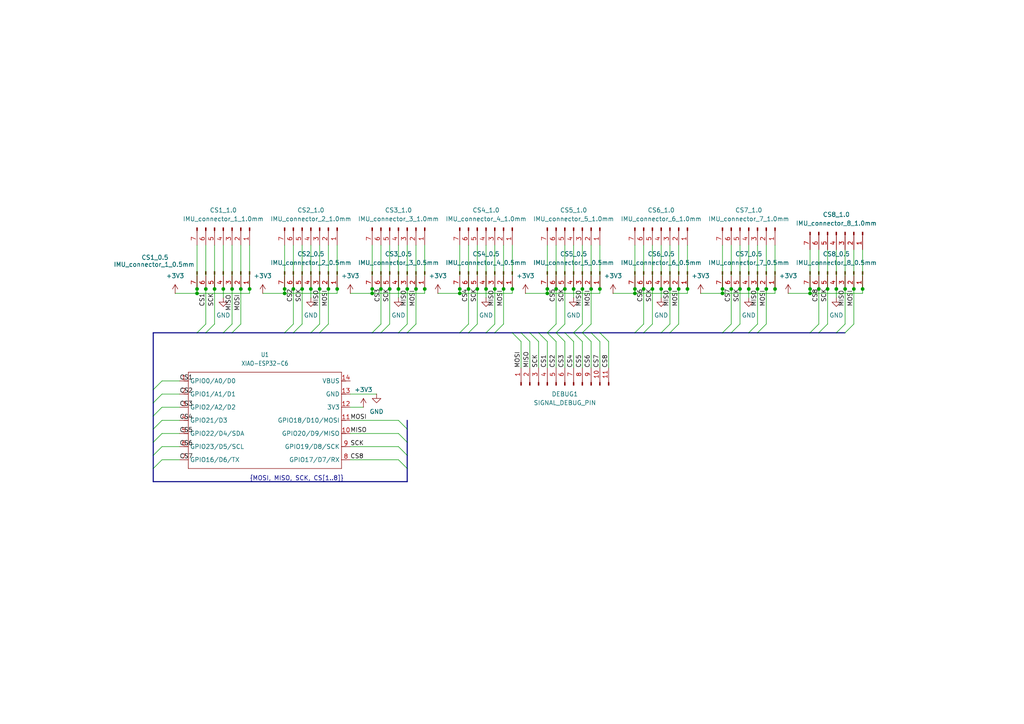
<source format=kicad_sch>
(kicad_sch (version 20250114) (generator "eeschema") (generator_version "9.0")
  (paper "A4")
  (lib_symbols
    (symbol "Connector:Conn_01x07_Pin" (pin_names (offset 1.016) (hide yes))
      (property "Reference" "J" (at 0 10.16 0))
      (property "Value" "Conn_01x07_Pin" (at 0 -10.16 0))
      (symbol "Conn_01x07_Pin_1_1"
        (rectangle (start 0.8636 7.747) (end 0 7.493) (stroke (width 0.1524)) (fill (type outline)))
        (rectangle (start 0.8636 5.207) (end 0 4.953) (stroke (width 0.1524)) (fill (type outline)))
        (rectangle (start 0.8636 2.667) (end 0 2.413) (stroke (width 0.1524)) (fill (type outline)))
        (rectangle (start 0.8636 0.127) (end 0 -0.127) (stroke (width 0.1524)) (fill (type outline)))
        (rectangle (start 0.8636 -2.413) (end 0 -2.667) (stroke (width 0.1524)) (fill (type outline)))
        (rectangle (start 0.8636 -4.953) (end 0 -5.207) (stroke (width 0.1524)) (fill (type outline)))
        (rectangle (start 0.8636 -7.493) (end 0 -7.747) (stroke (width 0.1524)) (fill (type outline)))
        (polyline (pts (xy 1.27 7.62) (xy 0.8636 7.62)) (stroke (width 0.1524)))
        (polyline (pts (xy 1.27 5.08) (xy 0.8636 5.08)) (stroke (width 0.1524)))
        (polyline (pts (xy 1.27 2.54) (xy 0.8636 2.54)) (stroke (width 0.1524)))
        (polyline (pts (xy 1.27 0) (xy 0.8636 0)) (stroke (width 0.1524)))
        (polyline (pts (xy 1.27 -2.54) (xy 0.8636 -2.54)) (stroke (width 0.1524)))
        (polyline (pts (xy 1.27 -5.08) (xy 0.8636 -5.08)) (stroke (width 0.1524)))
        (polyline (pts (xy 1.27 -7.62) (xy 0.8636 -7.62)) (stroke (width 0.1524)))
        (pin passive line (at 5.08 7.62 180) (length 3.81) (name "Pin_1") (number "1"))
        (pin passive line (at 5.08 5.08 180) (length 3.81) (name "Pin_2") (number "2"))
        (pin passive line (at 5.08 2.54 180) (length 3.81) (name "Pin_3") (number "3"))
        (pin passive line (at 5.08 0 180) (length 3.81) (name "Pin_4") (number "4"))
        (pin passive line (at 5.08 -2.54 180) (length 3.81) (name "Pin_5") (number "5"))
        (pin passive line (at 5.08 -5.08 180) (length 3.81) (name "Pin_6") (number "6"))
        (pin passive line (at 5.08 -7.62 180) (length 3.81) (name "Pin_7") (number "7"))
      )
    )
    (symbol "Connector:Conn_01x11_Pin" (pin_names (offset 1.016) (hide yes))
      (property "Reference" "J" (at 0 15.24 0))
      (property "Value" "Conn_01x11_Pin" (at 0 -15.24 0))
      (symbol "Conn_01x11_Pin_1_1"
        (rectangle (start 0.8636 12.827) (end 0 12.573) (stroke (width 0.1524)) (fill (type outline)))
        (rectangle (start 0.8636 10.287) (end 0 10.033) (stroke (width 0.1524)) (fill (type outline)))
        (rectangle (start 0.8636 7.747) (end 0 7.493) (stroke (width 0.1524)) (fill (type outline)))
        (rectangle (start 0.8636 5.207) (end 0 4.953) (stroke (width 0.1524)) (fill (type outline)))
        (rectangle (start 0.8636 2.667) (end 0 2.413) (stroke (width 0.1524)) (fill (type outline)))
        (rectangle (start 0.8636 0.127) (end 0 -0.127) (stroke (width 0.1524)) (fill (type outline)))
        (rectangle (start 0.8636 -2.413) (end 0 -2.667) (stroke (width 0.1524)) (fill (type outline)))
        (rectangle (start 0.8636 -4.953) (end 0 -5.207) (stroke (width 0.1524)) (fill (type outline)))
        (rectangle (start 0.8636 -7.493) (end 0 -7.747) (stroke (width 0.1524)) (fill (type outline)))
        (rectangle (start 0.8636 -10.033) (end 0 -10.287) (stroke (width 0.1524)) (fill (type outline)))
        (rectangle (start 0.8636 -12.573) (end 0 -12.827) (stroke (width 0.1524)) (fill (type outline)))
        (polyline (pts (xy 1.27 12.7) (xy 0.8636 12.7)) (stroke (width 0.1524)))
        (polyline (pts (xy 1.27 10.16) (xy 0.8636 10.16)) (stroke (width 0.1524)))
        (polyline (pts (xy 1.27 7.62) (xy 0.8636 7.62)) (stroke (width 0.1524)))
        (polyline (pts (xy 1.27 5.08) (xy 0.8636 5.08)) (stroke (width 0.1524)))
        (polyline (pts (xy 1.27 2.54) (xy 0.8636 2.54)) (stroke (width 0.1524)))
        (polyline (pts (xy 1.27 0) (xy 0.8636 0)) (stroke (width 0.1524)))
        (polyline (pts (xy 1.27 -2.54) (xy 0.8636 -2.54)) (stroke (width 0.1524)))
        (polyline (pts (xy 1.27 -5.08) (xy 0.8636 -5.08)) (stroke (width 0.1524)))
        (polyline (pts (xy 1.27 -7.62) (xy 0.8636 -7.62)) (stroke (width 0.1524)))
        (polyline (pts (xy 1.27 -10.16) (xy 0.8636 -10.16)) (stroke (width 0.1524)))
        (polyline (pts (xy 1.27 -12.7) (xy 0.8636 -12.7)) (stroke (width 0.1524)))
        (pin passive line (at 5.08 12.7 180) (length 3.81) (name "Pin_1") (number "1"))
        (pin passive line (at 5.08 10.16 180) (length 3.81) (name "Pin_2") (number "2"))
        (pin passive line (at 5.08 7.62 180) (length 3.81) (name "Pin_3") (number "3"))
        (pin passive line (at 5.08 5.08 180) (length 3.81) (name "Pin_4") (number "4"))
        (pin passive line (at 5.08 2.54 180) (length 3.81) (name "Pin_5") (number "5"))
        (pin passive line (at 5.08 0 180) (length 3.81) (name "Pin_6") (number "6"))
        (pin passive line (at 5.08 -2.54 180) (length 3.81) (name "Pin_7") (number "7"))
        (pin passive line (at 5.08 -5.08 180) (length 3.81) (name "Pin_8") (number "8"))
        (pin passive line (at 5.08 -7.62 180) (length 3.81) (name "Pin_9") (number "9"))
        (pin passive line (at 5.08 -10.16 180) (length 3.81) (name "Pin_10") (number "10"))
        (pin passive line (at 5.08 -12.7 180) (length 3.81) (name "Pin_11") (number "11"))
      )
    )
    (symbol "Seeed_Studio_XIAO_Series:XIAO_ESP32-C6-DIP"
      (property "Reference" "U" (at -20.574 17.018 0))
      (property "Value" "XIAO-ESP32-C6" (at -15.24 14.986 0))
      (symbol "XIAO_ESP32-C6-DIP_1_0"
        (polyline (pts (xy -21.59 13.97) (xy 22.86 13.97)) (stroke (width 0.1524)))
        (polyline (pts (xy -21.59 11.43) (xy -22.86 11.43)) (stroke (width 0.1524)))
        (polyline (pts (xy -21.59 11.43) (xy -21.59 13.97)) (stroke (width 0.1524)))
        (polyline (pts (xy -21.59 7.62) (xy -22.86 7.62)) (stroke (width 0.1524)))
        (polyline (pts (xy -21.59 7.62) (xy -21.59 11.43)) (stroke (width 0.1524)))
        (polyline (pts (xy -21.59 3.81) (xy -22.86 3.81)) (stroke (width 0.1524)))
        (polyline (pts (xy -21.59 3.81) (xy -21.59 7.62)) (stroke (width 0.1524)))
        (polyline (pts (xy -21.59 0) (xy -22.86 0)) (stroke (width 0.1524)))
        (polyline (pts (xy -21.59 0) (xy -21.59 3.81)) (stroke (width 0.1524)))
        (polyline (pts (xy -21.59 -3.81) (xy -22.86 -3.81)) (stroke (width 0.1524)))
        (polyline (pts (xy -21.59 -7.62) (xy -22.86 -7.62)) (stroke (width 0.1524)))
        (polyline (pts (xy -21.59 -11.43) (xy -22.86 -11.43)) (stroke (width 0.1524)))
        (polyline (pts (xy -21.59 -13.97) (xy -21.59 0)) (stroke (width 0.1524)))
        (polyline (pts (xy 22.86 13.97) (xy 22.86 11.43)) (stroke (width 0.1524)))
        (polyline (pts (xy 22.86 11.43) (xy 22.86 7.62)) (stroke (width 0.1524)))
        (polyline (pts (xy 22.86 7.62) (xy 22.86 3.81)) (stroke (width 0.1524)))
        (polyline (pts (xy 22.86 3.81) (xy 22.86 -13.97)) (stroke (width 0.1524)))
        (polyline (pts (xy 22.86 -13.97) (xy -21.59 -13.97)) (stroke (width 0.1524)))
        (polyline (pts (xy 24.13 11.43) (xy 22.86 11.43)) (stroke (width 0.1524)))
        (polyline (pts (xy 24.13 7.62) (xy 22.86 7.62)) (stroke (width 0.1524)))
        (polyline (pts (xy 24.13 3.81) (xy 22.86 3.81)) (stroke (width 0.1524)))
        (polyline (pts (xy 24.13 0) (xy 22.86 0)) (stroke (width 0.1524)))
        (polyline (pts (xy 24.13 -3.81) (xy 22.86 -3.81)) (stroke (width 0.1524)))
        (polyline (pts (xy 24.13 -7.62) (xy 22.86 -7.62)) (stroke (width 0.1524)))
        (polyline (pts (xy 24.13 -11.43) (xy 22.86 -11.43)) (stroke (width 0.1524)))
        (pin passive line (at -24.13 11.43 0) (length 2.54) (name "GPIO0/A0/D0") (number "1"))
        (pin passive line (at -24.13 7.62 0) (length 2.54) (name "GPIO1/A1/D1") (number "2"))
        (pin passive line (at -24.13 3.81 0) (length 2.54) (name "GPIO2/A2/D2") (number "3"))
        (pin passive line (at -24.13 0 0) (length 2.54) (name "GPIO21/D3") (number "4"))
        (pin passive line (at -24.13 -3.81 0) (length 2.54) (name "GPIO22/D4/SDA") (number "5"))
        (pin passive line (at -24.13 -7.62 0) (length 2.54) (name "GPIO23/D5/SCL") (number "6"))
        (pin passive line (at -24.13 -11.43 0) (length 2.54) (name "GPIO16/D6/TX") (number "7"))
        (pin passive line (at 25.4 11.43 180) (length 2.54) (name "VBUS") (number "14"))
        (pin passive line (at 25.4 7.62 180) (length 2.54) (name "GND") (number "13"))
        (pin passive line (at 25.4 3.81 180) (length 2.54) (name "3V3") (number "12"))
        (pin passive line (at 25.4 0 180) (length 2.54) (name "GPIO18/D10/MOSI") (number "11"))
        (pin passive line (at 25.4 -3.81 180) (length 2.54) (name "GPIO20/D9/MISO") (number "10"))
        (pin passive line (at 25.4 -7.62 180) (length 2.54) (name "GPIO19/D8/SCK") (number "9"))
        (pin passive line (at 25.4 -11.43 180) (length 2.54) (name "GPIO17/D7/RX") (number "8"))
      )
    )
    (symbol "power:+3V3" (power) (pin_numbers (hide yes)) (pin_names (offset 0) (hide yes))
      (property "Value" "+3V3" (at 0 3.556 0))
      (symbol "+3V3_0_1"
        (polyline (pts (xy -0.762 1.27) (xy 0 2.54)))
        (polyline (pts (xy 0 2.54) (xy 0.762 1.27)))
        (polyline (pts (xy 0 0) (xy 0 2.54)))
      )
      (symbol "+3V3_1_1"
        (pin power_in line (at 0 0 90) (length 0) (name "~") (number "1"))
      )
    )
    (symbol "power:GND" (power) (pin_numbers (hide yes)) (pin_names (offset 0) (hide yes))
      (property "Value" "GND" (at 0 -3.81 0))
      (symbol "GND_0_1"
        (polyline (pts (xy 0 0) (xy 0 -1.27) (xy 1.27 -1.27) (xy 0 -2.54) (xy -1.27 -1.27) (xy 0 -1.27)))
      )
      (symbol "GND_1_1"
        (pin power_in line (at 0 0 270) (length 0) (name "~") (number "1"))
      )
    )
  )
  (junction (at 158.75 85.09))
  (junction (at 242.57 83.82))
  (junction (at 199.39 83.82))
  (junction (at 184.15 85.09))
  (junction (at 62.23 83.82))
  (junction (at 87.63 83.82))
  (junction (at 115.57 83.82))
  (junction (at 234.95 85.09))
  (junction (at 158.75 83.82))
  (junction (at 59.69 83.82))
  (junction (at 64.77 83.82))
  (junction (at 212.09 83.82))
  (junction (at 72.39 83.82))
  (junction (at 148.59 83.82))
  (junction (at 250.19 83.82))
  (junction (at 140.97 83.82))
  (junction (at 217.17 83.82))
  (junction (at 118.11 83.82))
  (junction (at 95.25 83.82))
  (junction (at 194.31 83.82))
  (junction (at 92.71 83.82))
  (junction (at 222.25 83.82))
  (junction (at 234.95 83.82))
  (junction (at 133.35 85.09))
  (junction (at 133.35 83.82))
  (junction (at 57.15 85.09))
  (junction (at 196.85 83.82))
  (junction (at 67.31 83.82))
  (junction (at 120.65 83.82))
  (junction (at 107.95 83.82))
  (junction (at 214.63 83.82))
  (junction (at 123.19 83.82))
  (junction (at 219.71 83.82))
  (junction (at 97.79 83.82))
  (junction (at 173.99 83.82))
  (junction (at 209.55 85.09))
  (junction (at 247.65 83.82))
  (junction (at 168.91 83.82))
  (junction (at 171.45 83.82))
  (junction (at 143.51 83.82))
  (junction (at 107.95 85.09))
  (junction (at 166.37 83.82))
  (junction (at 138.43 83.82))
  (junction (at 209.55 83.82))
  (junction (at 224.79 83.82))
  (junction (at 161.29 83.82))
  (junction (at 82.55 85.09))
  (junction (at 90.17 83.82))
  (junction (at 69.85 83.82))
  (junction (at 245.11 83.82))
  (junction (at 146.05 83.82))
  (junction (at 57.15 83.82))
  (junction (at 237.49 83.82))
  (junction (at 113.03 83.82))
  (junction (at 186.69 83.82))
  (junction (at 163.83 83.82))
  (junction (at 189.23 83.82))
  (junction (at 85.09 83.82))
  (junction (at 82.55 83.82))
  (junction (at 240.03 83.82))
  (junction (at 191.77 83.82))
  (junction (at 135.89 83.82))
  (junction (at 110.49 83.82))
  (junction (at 184.15 83.82))
  (bus_entry (at 234.95 96.52) (size 2.54 -2.54))
  (bus_entry (at 173.99 96.52) (size 2.54 2.54))
  (bus_entry (at 153.67 96.52) (size 2.54 2.54))
  (bus_entry (at 148.59 96.52) (size 2.54 2.54))
  (bus_entry (at 118.11 135.89) (size -2.54 -2.54))
  (bus_entry (at 90.17 96.52) (size 2.54 -2.54))
  (bus_entry (at 161.29 96.52) (size 2.54 -2.54))
  (bus_entry (at 212.09 96.52) (size 2.54 -2.54))
  (bus_entry (at 237.49 96.52) (size 2.54 -2.54))
  (bus_entry (at 44.45 124.46) (size 2.54 -2.54))
  (bus_entry (at 44.45 132.08) (size 2.54 -2.54))
  (bus_entry (at 186.69 96.52) (size 2.54 -2.54))
  (bus_entry (at 194.31 96.52) (size 2.54 -2.54))
  (bus_entry (at 245.11 96.52) (size 2.54 -2.54))
  (bus_entry (at 44.45 113.03) (size 2.54 -2.54))
  (bus_entry (at 209.55 96.52) (size 2.54 -2.54))
  (bus_entry (at 166.37 96.52) (size 2.54 2.54))
  (bus_entry (at 133.35 96.52) (size 2.54 -2.54))
  (bus_entry (at 168.91 96.52) (size 2.54 -2.54))
  (bus_entry (at 168.91 96.52) (size 2.54 2.54))
  (bus_entry (at 135.89 96.52) (size 2.54 -2.54))
  (bus_entry (at 118.11 124.46) (size -2.54 -2.54))
  (bus_entry (at 158.75 96.52) (size 2.54 -2.54))
  (bus_entry (at 158.75 96.52) (size 2.54 2.54))
  (bus_entry (at 143.51 96.52) (size 2.54 -2.54))
  (bus_entry (at 242.57 96.52) (size 2.54 -2.54))
  (bus_entry (at 140.97 96.52) (size 2.54 -2.54))
  (bus_entry (at 217.17 96.52) (size 2.54 -2.54))
  (bus_entry (at 92.71 96.52) (size 2.54 -2.54))
  (bus_entry (at 57.15 96.52) (size 2.54 -2.54))
  (bus_entry (at 184.15 96.52) (size 2.54 -2.54))
  (bus_entry (at 44.45 120.65) (size 2.54 -2.54))
  (bus_entry (at 67.31 96.52) (size 2.54 -2.54))
  (bus_entry (at 163.83 96.52) (size 2.54 2.54))
  (bus_entry (at 110.49 96.52) (size 2.54 -2.54))
  (bus_entry (at 82.55 96.52) (size 2.54 -2.54))
  (bus_entry (at 151.13 96.52) (size 2.54 2.54))
  (bus_entry (at 166.37 96.52) (size 2.54 -2.54))
  (bus_entry (at 171.45 96.52) (size 2.54 2.54))
  (bus_entry (at 44.45 135.89) (size 2.54 -2.54))
  (bus_entry (at 118.11 96.52) (size 2.54 -2.54))
  (bus_entry (at 118.11 132.08) (size -2.54 -2.54))
  (bus_entry (at 85.09 96.52) (size 2.54 -2.54))
  (bus_entry (at 191.77 96.52) (size 2.54 -2.54))
  (bus_entry (at 161.29 96.52) (size 2.54 2.54))
  (bus_entry (at 115.57 96.52) (size 2.54 -2.54))
  (bus_entry (at 59.69 96.52) (size 2.54 -2.54))
  (bus_entry (at 107.95 96.52) (size 2.54 -2.54))
  (bus_entry (at 156.21 96.52) (size 2.54 2.54))
  (bus_entry (at 44.45 128.27) (size 2.54 -2.54))
  (bus_entry (at 219.71 96.52) (size 2.54 -2.54))
  (bus_entry (at 44.45 116.84) (size 2.54 -2.54))
  (bus_entry (at 64.77 96.52) (size 2.54 -2.54))
  (bus_entry (at 118.11 128.27) (size -2.54 -2.54))
  (bus (pts (xy 110.49 96.52) (xy 115.57 96.52)))
  (bus (pts (xy 118.11 124.46) (xy 118.11 128.27)))
  (wire (pts (xy 217.17 83.82) (xy 217.17 86.36)))
  (wire (pts (xy 46.99 125.73) (xy 52.07 125.73)))
  (wire (pts (xy 133.35 85.09) (xy 133.35 83.82)))
  (wire (pts (xy 234.95 72.39) (xy 234.95 83.82)))
  (wire (pts (xy 110.49 83.82) (xy 110.49 93.98)))
  (bus (pts (xy 209.55 96.52) (xy 212.09 96.52)))
  (wire (pts (xy 90.17 71.12) (xy 90.17 83.82)))
  (wire (pts (xy 186.69 71.12) (xy 186.69 83.82)))
  (wire (pts (xy 123.19 85.09) (xy 123.19 83.82)))
  (bus (pts (xy 57.15 96.52) (xy 59.69 96.52)))
  (bus (pts (xy 118.11 96.52) (xy 133.35 96.52)))
  (wire (pts (xy 138.43 71.12) (xy 138.43 83.82)))
  (wire (pts (xy 67.31 83.82) (xy 67.31 93.98)))
  (wire (pts (xy 168.91 83.82) (xy 168.91 93.98)))
  (bus (pts (xy 158.75 96.52) (xy 161.29 96.52)))
  (wire (pts (xy 191.77 83.82) (xy 191.77 86.36)))
  (wire (pts (xy 127 85.09) (xy 133.35 85.09)))
  (wire (pts (xy 219.71 83.82) (xy 219.71 93.98)))
  (wire (pts (xy 177.8 85.09) (xy 184.15 85.09)))
  (wire (pts (xy 166.37 83.82) (xy 166.37 86.36)))
  (wire (pts (xy 87.63 71.12) (xy 87.63 83.82)))
  (wire (pts (xy 101.6 125.73) (xy 115.57 125.73)))
  (wire (pts (xy 234.95 85.09) (xy 250.19 85.09)))
  (wire (pts (xy 237.49 72.39) (xy 237.49 83.82)))
  (wire (pts (xy 133.35 85.09) (xy 148.59 85.09)))
  (bus (pts (xy 44.45 120.65) (xy 44.45 124.46)))
  (bus (pts (xy 212.09 96.52) (xy 217.17 96.52)))
  (bus (pts (xy 118.11 135.89) (xy 118.11 139.7)))
  (wire (pts (xy 107.95 85.09) (xy 107.95 83.82)))
  (wire (pts (xy 242.57 72.39) (xy 242.57 83.82)))
  (wire (pts (xy 191.77 71.12) (xy 191.77 83.82)))
  (wire (pts (xy 158.75 71.12) (xy 158.75 83.82)))
  (wire (pts (xy 171.45 71.12) (xy 171.45 83.82)))
  (bus (pts (xy 64.77 96.52) (xy 67.31 96.52)))
  (bus (pts (xy 44.45 124.46) (xy 44.45 128.27)))
  (wire (pts (xy 120.65 71.12) (xy 120.65 83.82)))
  (wire (pts (xy 171.45 83.82) (xy 171.45 93.98)))
  (bus (pts (xy 173.99 96.52) (xy 184.15 96.52)))
  (bus (pts (xy 151.13 96.52) (xy 153.67 96.52)))
  (wire (pts (xy 62.23 83.82) (xy 62.23 93.98)))
  (wire (pts (xy 146.05 83.82) (xy 146.05 93.98)))
  (wire (pts (xy 109.22 114.3) (xy 101.6 114.3)))
  (bus (pts (xy 168.91 96.52) (xy 171.45 96.52)))
  (wire (pts (xy 158.75 85.09) (xy 173.99 85.09)))
  (wire (pts (xy 59.69 83.82) (xy 59.69 93.98)))
  (wire (pts (xy 57.15 85.09) (xy 57.15 83.82)))
  (wire (pts (xy 209.55 85.09) (xy 209.55 83.82)))
  (bus (pts (xy 156.21 96.52) (xy 158.75 96.52)))
  (wire (pts (xy 173.99 85.09) (xy 173.99 83.82)))
  (wire (pts (xy 217.17 71.12) (xy 217.17 83.82)))
  (wire (pts (xy 72.39 85.09) (xy 72.39 83.82)))
  (wire (pts (xy 46.99 110.49) (xy 52.07 110.49)))
  (wire (pts (xy 101.6 121.92) (xy 115.57 121.92)))
  (bus (pts (xy 217.17 96.52) (xy 219.71 96.52)))
  (wire (pts (xy 163.83 83.82) (xy 163.83 93.98)))
  (wire (pts (xy 189.23 83.82) (xy 189.23 93.98)))
  (wire (pts (xy 240.03 72.39) (xy 240.03 83.82)))
  (bus (pts (xy 44.45 132.08) (xy 44.45 135.89)))
  (wire (pts (xy 46.99 121.92) (xy 52.07 121.92)))
  (wire (pts (xy 138.43 83.82) (xy 138.43 93.98)))
  (wire (pts (xy 196.85 83.82) (xy 196.85 93.98)))
  (wire (pts (xy 85.09 83.82) (xy 85.09 93.98)))
  (wire (pts (xy 123.19 71.12) (xy 123.19 83.82)))
  (wire (pts (xy 168.91 71.12) (xy 168.91 83.82)))
  (bus (pts (xy 163.83 96.52) (xy 166.37 96.52)))
  (wire (pts (xy 250.19 85.09) (xy 250.19 83.82)))
  (wire (pts (xy 69.85 71.12) (xy 69.85 83.82)))
  (bus (pts (xy 191.77 96.52) (xy 194.31 96.52)))
  (wire (pts (xy 173.99 99.06) (xy 173.99 106.68)))
  (wire (pts (xy 194.31 83.82) (xy 194.31 93.98)))
  (wire (pts (xy 158.75 99.06) (xy 158.75 106.68)))
  (wire (pts (xy 64.77 83.82) (xy 64.77 86.36)))
  (wire (pts (xy 214.63 83.82) (xy 214.63 93.98)))
  (wire (pts (xy 72.39 71.12) (xy 72.39 83.82)))
  (wire (pts (xy 140.97 83.82) (xy 140.97 86.36)))
  (wire (pts (xy 148.59 71.12) (xy 148.59 83.82)))
  (wire (pts (xy 222.25 71.12) (xy 222.25 83.82)))
  (wire (pts (xy 115.57 71.12) (xy 115.57 83.82)))
  (wire (pts (xy 196.85 71.12) (xy 196.85 83.82)))
  (wire (pts (xy 62.23 71.12) (xy 62.23 83.82)))
  (bus (pts (xy 92.71 96.52) (xy 107.95 96.52)))
  (wire (pts (xy 82.55 85.09) (xy 97.79 85.09)))
  (wire (pts (xy 163.83 99.06) (xy 163.83 106.68)))
  (bus (pts (xy 44.45 96.52) (xy 44.45 113.03)))
  (bus (pts (xy 148.59 96.52) (xy 151.13 96.52)))
  (bus (pts (xy 133.35 96.52) (xy 135.89 96.52)))
  (bus (pts (xy 153.67 96.52) (xy 156.21 96.52)))
  (bus (pts (xy 85.09 96.52) (xy 90.17 96.52)))
  (wire (pts (xy 97.79 85.09) (xy 97.79 83.82)))
  (bus (pts (xy 44.45 135.89) (xy 44.45 139.7)))
  (wire (pts (xy 95.25 83.82) (xy 95.25 93.98)))
  (wire (pts (xy 101.6 85.09) (xy 107.95 85.09)))
  (wire (pts (xy 203.2 85.09) (xy 209.55 85.09)))
  (wire (pts (xy 224.79 85.09) (xy 224.79 83.82)))
  (wire (pts (xy 209.55 85.09) (xy 224.79 85.09)))
  (wire (pts (xy 166.37 71.12) (xy 166.37 83.82)))
  (wire (pts (xy 64.77 71.12) (xy 64.77 83.82)))
  (wire (pts (xy 107.95 85.09) (xy 123.19 85.09)))
  (wire (pts (xy 245.11 83.82) (xy 245.11 93.98)))
  (wire (pts (xy 115.57 83.82) (xy 115.57 86.36)))
  (wire (pts (xy 151.13 99.06) (xy 151.13 106.68)))
  (bus (pts (xy 171.45 96.52) (xy 173.99 96.52)))
  (wire (pts (xy 57.15 85.09) (xy 72.39 85.09)))
  (bus (pts (xy 186.69 96.52) (xy 191.77 96.52)))
  (wire (pts (xy 120.65 83.82) (xy 120.65 93.98)))
  (bus (pts (xy 67.31 96.52) (xy 82.55 96.52)))
  (wire (pts (xy 173.99 71.12) (xy 173.99 83.82)))
  (bus (pts (xy 161.29 96.52) (xy 163.83 96.52)))
  (bus (pts (xy 44.45 139.7) (xy 118.11 139.7)))
  (wire (pts (xy 161.29 83.82) (xy 161.29 93.98)))
  (bus (pts (xy 140.97 96.52) (xy 143.51 96.52)))
  (wire (pts (xy 140.97 71.12) (xy 140.97 83.82)))
  (bus (pts (xy 59.69 96.52) (xy 64.77 96.52)))
  (wire (pts (xy 163.83 71.12) (xy 163.83 83.82)))
  (wire (pts (xy 67.31 71.12) (xy 67.31 83.82)))
  (wire (pts (xy 237.49 83.82) (xy 237.49 93.98)))
  (wire (pts (xy 224.79 71.12) (xy 224.79 83.82)))
  (wire (pts (xy 247.65 83.82) (xy 247.65 93.98)))
  (wire (pts (xy 118.11 83.82) (xy 118.11 93.98)))
  (wire (pts (xy 97.79 71.12) (xy 97.79 83.82)))
  (wire (pts (xy 50.8 85.09) (xy 57.15 85.09)))
  (wire (pts (xy 184.15 85.09) (xy 199.39 85.09)))
  (wire (pts (xy 209.55 71.12) (xy 209.55 83.82)))
  (wire (pts (xy 176.53 99.06) (xy 176.53 106.68)))
  (wire (pts (xy 212.09 83.82) (xy 212.09 93.98)))
  (wire (pts (xy 228.6 85.09) (xy 234.95 85.09)))
  (bus (pts (xy 166.37 96.52) (xy 168.91 96.52)))
  (wire (pts (xy 143.51 71.12) (xy 143.51 83.82)))
  (wire (pts (xy 110.49 71.12) (xy 110.49 83.82)))
  (bus (pts (xy 115.57 96.52) (xy 118.11 96.52)))
  (wire (pts (xy 90.17 83.82) (xy 90.17 86.36)))
  (wire (pts (xy 46.99 129.54) (xy 52.07 129.54)))
  (wire (pts (xy 184.15 85.09) (xy 184.15 83.82)))
  (wire (pts (xy 46.99 118.11) (xy 52.07 118.11)))
  (wire (pts (xy 156.21 99.06) (xy 156.21 106.68)))
  (bus (pts (xy 44.45 128.27) (xy 44.45 132.08)))
  (wire (pts (xy 95.25 71.12) (xy 95.25 83.82)))
  (wire (pts (xy 222.25 83.82) (xy 222.25 93.98)))
  (wire (pts (xy 171.45 99.06) (xy 171.45 106.68)))
  (wire (pts (xy 133.35 71.12) (xy 133.35 83.82)))
  (wire (pts (xy 153.67 99.06) (xy 153.67 106.68)))
  (bus (pts (xy 194.31 96.52) (xy 209.55 96.52)))
  (bus (pts (xy 44.45 96.52) (xy 57.15 96.52)))
  (wire (pts (xy 199.39 71.12) (xy 199.39 83.82)))
  (bus (pts (xy 143.51 96.52) (xy 148.59 96.52)))
  (wire (pts (xy 113.03 83.82) (xy 113.03 93.98)))
  (wire (pts (xy 82.55 71.12) (xy 82.55 83.82)))
  (wire (pts (xy 161.29 99.06) (xy 161.29 106.68)))
  (wire (pts (xy 59.69 71.12) (xy 59.69 83.82)))
  (wire (pts (xy 82.55 85.09) (xy 82.55 83.82)))
  (bus (pts (xy 107.95 96.52) (xy 110.49 96.52)))
  (wire (pts (xy 245.11 72.39) (xy 245.11 83.82)))
  (wire (pts (xy 46.99 114.3) (xy 52.07 114.3)))
  (wire (pts (xy 118.11 71.12) (xy 118.11 83.82)))
  (wire (pts (xy 85.09 71.12) (xy 85.09 83.82)))
  (wire (pts (xy 76.2 85.09) (xy 82.55 85.09)))
  (wire (pts (xy 166.37 99.06) (xy 166.37 106.68)))
  (wire (pts (xy 101.6 133.35) (xy 115.57 133.35)))
  (wire (pts (xy 184.15 71.12) (xy 184.15 83.82)))
  (bus (pts (xy 118.11 121.92) (xy 118.11 124.46)))
  (bus (pts (xy 118.11 132.08) (xy 118.11 135.89)))
  (wire (pts (xy 69.85 83.82) (xy 69.85 93.98)))
  (bus (pts (xy 234.95 96.52) (xy 237.49 96.52)))
  (wire (pts (xy 242.57 83.82) (xy 242.57 86.36)))
  (bus (pts (xy 242.57 96.52) (xy 245.11 96.52)))
  (wire (pts (xy 113.03 71.12) (xy 113.03 83.82)))
  (bus (pts (xy 219.71 96.52) (xy 234.95 96.52)))
  (bus (pts (xy 135.89 96.52) (xy 140.97 96.52)))
  (bus (pts (xy 90.17 96.52) (xy 92.71 96.52)))
  (wire (pts (xy 135.89 83.82) (xy 135.89 93.98)))
  (wire (pts (xy 146.05 71.12) (xy 146.05 83.82)))
  (wire (pts (xy 92.71 83.82) (xy 92.71 93.98)))
  (wire (pts (xy 161.29 71.12) (xy 161.29 83.82)))
  (wire (pts (xy 250.19 72.39) (xy 250.19 83.82)))
  (wire (pts (xy 219.71 71.12) (xy 219.71 83.82)))
  (bus (pts (xy 184.15 96.52) (xy 186.69 96.52)))
  (wire (pts (xy 158.75 85.09) (xy 158.75 83.82)))
  (wire (pts (xy 87.63 83.82) (xy 87.63 93.98)))
  (wire (pts (xy 212.09 71.12) (xy 212.09 83.82)))
  (wire (pts (xy 92.71 71.12) (xy 92.71 83.82)))
  (wire (pts (xy 240.03 83.82) (xy 240.03 93.98)))
  (bus (pts (xy 44.45 116.84) (xy 44.45 120.65)))
  (wire (pts (xy 189.23 71.12) (xy 189.23 83.82)))
  (wire (pts (xy 186.69 83.82) (xy 186.69 93.98)))
  (wire (pts (xy 135.89 71.12) (xy 135.89 83.82)))
  (wire (pts (xy 199.39 85.09) (xy 199.39 83.82)))
  (bus (pts (xy 82.55 96.52) (xy 85.09 96.52)))
  (wire (pts (xy 101.6 129.54) (xy 115.57 129.54)))
  (wire (pts (xy 101.6 118.11) (xy 105.41 118.11)))
  (bus (pts (xy 118.11 128.27) (xy 118.11 132.08)))
  (wire (pts (xy 57.15 71.12) (xy 57.15 83.82)))
  (wire (pts (xy 168.91 99.06) (xy 168.91 106.68)))
  (wire (pts (xy 152.4 85.09) (xy 158.75 85.09)))
  (bus (pts (xy 237.49 96.52) (xy 242.57 96.52)))
  (wire (pts (xy 214.63 71.12) (xy 214.63 83.82)))
  (wire (pts (xy 143.51 83.82) (xy 143.51 93.98)))
  (wire (pts (xy 46.99 133.35) (xy 52.07 133.35)))
  (bus (pts (xy 44.45 113.03) (xy 44.45 116.84)))
  (wire (pts (xy 107.95 71.12) (xy 107.95 83.82)))
  (wire (pts (xy 148.59 85.09) (xy 148.59 83.82)))
  (wire (pts (xy 234.95 85.09) (xy 234.95 83.82)))
  (wire (pts (xy 247.65 72.39) (xy 247.65 83.82)))
  (wire (pts (xy 194.31 71.12) (xy 194.31 83.82)))
  (label "CS6" (at 171.45 106.68 90))
  (label "CS2" (at 85.09 87.63 90))
  (label "SCK" (at 189.23 87.63 90))
  (label "CS7" (at 52.07 133.35 0))
  (label "MOSI" (at 95.25 88.9 90))
  (label "CS5" (at 168.91 106.68 90))
  (label "MOSI" (at 247.65 88.9 90))
  (label "MOSI" (at 171.45 88.9 90))
  (label "SCK" (at 214.63 87.63 90))
  (label "CS3" (at 163.83 106.68 90))
  (label "CS4" (at 135.89 87.63 90))
  (label "CS1" (at 59.69 88.9 90))
  (label "CS3" (at 110.49 87.63 90))
  (label "SCK" (at 101.6 129.54 0))
  (label "MOSI" (at 222.25 88.9 90))
  (label "CS2" (at 52.07 114.3 0))
  (label "MOSI" (at 101.6 121.92 0))
  (label "MISO" (at 101.6 125.73 0))
  (label "CS7" (at 173.99 106.68 90))
  (label "CS8" (at 101.6 133.35 0))
  (label "MOSI" (at 146.05 88.9 90))
  (label "MOSI" (at 69.85 90.17 90))
  (label "MOSI" (at 151.13 106.68 90))
  (label "MISO" (at 153.67 106.68 90))
  (label "MISO" (at 143.51 88.9 90))
  (label "MISO" (at 194.31 88.9 90))
  (label "MISO" (at 245.11 88.9 90))
  (label "SCK" (at 62.23 88.9 90))
  (label "CS6" (at 186.69 87.63 90))
  (label "CS5" (at 52.07 125.73 0))
  (label "CS8" (at 176.53 106.68 90))
  (label "MISO" (at 219.71 88.9 90))
  (label "MOSI" (at 120.65 88.9 90))
  (label "MOSI" (at 196.85 88.9 90))
  (label "CS4" (at 166.37 106.68 90))
  (label "MISO" (at 92.71 88.9 90))
  (label "SCK" (at 87.63 87.63 90))
  (label "CS5" (at 161.29 87.63 90))
  (label "SCK" (at 240.03 87.63 90))
  (label "SCK" (at 113.03 87.63 90))
  (label "SCK" (at 156.21 106.68 90))
  (label "SCK" (at 138.43 87.63 90))
  (label "CS3" (at 52.07 118.11 0))
  (label "CS7" (at 212.09 87.63 90))
  (label "SCK" (at 163.83 87.63 90))
  (label "MISO" (at 168.91 88.9 90))
  (label "CS1" (at 52.07 110.49 0))
  (label "CS1" (at 158.75 106.68 90))
  (label "{MOSI, MISO, SCK, CS[1..8]}" (at 72.39 139.7 0))
  (label "CS8" (at 237.49 87.63 90))
  (label "MISO" (at 118.11 88.9 90))
  (label "CS6" (at 52.07 129.54 0))
  (label "CS2" (at 161.29 106.68 90))
  (label "MISO" (at 67.31 90.17 90))
  (label "CS4" (at 52.07 121.92 0))
  (symbol (lib_id "Connector:Conn_01x07_Pin") (at 217.17 66.04 270) (unit 1)
    (property "Reference" "CS7_1.0" (at 217.17 60.96 90))
    (property "Value" "IMU_connector_7_1.0mm" (at 217.17 63.5 90))
    (property "Footprint" "keigo_custom_footprint:FPC-SMD_7P-P1.00_HDGC_1.0K-GT-7PB" (effects (hide yes)))
    (property "Description" "Generic connector, single row, 01x07, script generated" (effects (hide yes)))
  )
  (symbol (lib_id "Connector:Conn_01x07_Pin") (at 242.57 78.74 270) (unit 1)
    (property "Reference" "CS8_0.5" (at 242.57 73.66 90))
    (property "Value" "IMU_connector_8_0.5mm" (at 242.57 76.2 90))
    (property "Footprint" "keigo_custom_footprint:AFH34-S07FIA-1H" (effects (hide yes)))
    (property "Description" "Generic connector, single row, 01x07, script generated" (effects (hide yes)))
  )
  (symbol (lib_id "Connector:Conn_01x07_Pin") (at 90.17 66.04 270) (unit 1)
    (property "Reference" "CS2_1.0" (at 90.17 60.96 90))
    (property "Value" "IMU_connector_2_1.0mm" (at 90.17 63.5 90))
    (property "Footprint" "keigo_custom_footprint:FPC-SMD_7P-P1.00_HDGC_1.0K-GT-7PB" (effects (hide yes)))
    (property "Description" "Generic connector, single row, 01x07, script generated" (effects (hide yes)))
  )
  (symbol (lib_id "power:GND") (at 115.57 86.36 0) (unit 1)
    (property "Reference" "#PWR08" (effects (hide yes)))
    (property "Value" "GND" (at 115.57 91.44 0))
    (property "Description" "Power symbol creates a global label with name \"GND\" , ground" (effects (hide yes)))
  )
  (symbol (lib_id "power:GND") (at 64.77 86.36 0) (unit 1)
    (property "Reference" "#PWR02" (effects (hide yes)))
    (property "Value" "GND" (at 64.77 91.44 0))
    (property "Description" "Power symbol creates a global label with name \"GND\" , ground" (effects (hide yes)))
  )
  (symbol (lib_id "power:+3V3") (at 228.6 85.09 0) (mirror y) (unit 1)
    (property "Reference" "#PWR017" (effects (hide yes)))
    (property "Value" "+3V3" (at 228.6 80.01 0))
    (property "Description" "Power symbol creates a global label with name \"+3V3\"" (effects (hide yes)))
  )
  (symbol (lib_id "power:GND") (at 217.17 86.36 0) (unit 1)
    (property "Reference" "#PWR016" (effects (hide yes)))
    (property "Value" "GND" (at 217.17 91.44 0))
    (property "Description" "Power symbol creates a global label with name \"GND\" , ground" (effects (hide yes)))
  )
  (symbol (lib_id "Connector:Conn_01x11_Pin") (at 163.83 111.76 90) (unit 1)
    (property "Reference" "DEBUG1" (at 163.83 114.3 90))
    (property "Value" "SIGNAL_DEBUG_PIN" (at 163.83 116.84 90))
    (property "Footprint" "Connector_PinHeader_2.54mm:PinHeader_2x06_P2.54mm_Vertical" (effects (hide yes)))
    (property "Description" "Generic connector, single row, 01x11, script generated" (effects (hide yes)))
  )
  (symbol (lib_id "power:+3V3") (at 76.2 85.09 0) (mirror y) (unit 1)
    (property "Reference" "#PWR03" (effects (hide yes)))
    (property "Value" "+3V3" (at 76.2 80.01 0))
    (property "Description" "Power symbol creates a global label with name \"+3V3\"" (effects (hide yes)))
  )
  (symbol (lib_id "Connector:Conn_01x07_Pin") (at 191.77 66.04 270) (unit 1)
    (property "Reference" "CS6_1.0" (at 191.77 60.96 90))
    (property "Value" "IMU_connector_6_1.0mm" (at 191.77 63.5 90))
    (property "Footprint" "keigo_custom_footprint:FPC-SMD_7P-P1.00_HDGC_1.0K-GT-7PB" (effects (hide yes)))
    (property "Description" "Generic connector, single row, 01x07, script generated" (effects (hide yes)))
  )
  (symbol (lib_id "Connector:Conn_01x07_Pin") (at 64.77 66.04 270) (unit 1)
    (property "Reference" "CS1_1.0" (at 64.77 60.96 90))
    (property "Value" "IMU_connector_1_1.0mm" (at 64.77 63.5 90))
    (property "Footprint" "keigo_custom_footprint:FPC-SMD_7P-P1.00_HDGC_1.0K-GT-7PB" (effects (hide yes)))
    (property "Description" "Generic connector, single row, 01x07, script generated" (effects (hide yes)))
  )
  (symbol (lib_id "Connector:Conn_01x07_Pin") (at 166.37 78.74 270) (unit 1)
    (property "Reference" "CS5_0.5" (at 166.37 73.66 90))
    (property "Value" "IMU_connector_5_0.5mm" (at 166.37 76.2 90))
    (property "Footprint" "keigo_custom_footprint:AFH34-S07FIA-1H" (effects (hide yes)))
    (property "Description" "Generic connector, single row, 01x07, script generated" (effects (hide yes)))
  )
  (symbol (lib_id "Connector:Conn_01x07_Pin") (at 115.57 78.74 270) (unit 1)
    (property "Reference" "CS3_0.5" (at 115.57 73.66 90))
    (property "Value" "IMU_connector_3_0.5mm" (at 115.57 76.2 90))
    (property "Footprint" "keigo_custom_footprint:AFH34-S07FIA-1H" (effects (hide yes)))
    (property "Description" "Generic connector, single row, 01x07, script generated" (effects (hide yes)))
  )
  (symbol (lib_id "power:GND") (at 109.22 114.3 0) (unit 1)
    (property "Reference" "#PWR06" (effects (hide yes)))
    (property "Value" "GND" (at 109.22 119.38 0))
    (property "Description" "Power symbol creates a global label with name \"GND\" , ground" (effects (hide yes)))
  )
  (symbol (lib_id "power:+3V3") (at 152.4 85.09 0) (mirror y) (unit 1)
    (property "Reference" "#PWR011" (effects (hide yes)))
    (property "Value" "+3V3" (at 152.4 80.01 0))
    (property "Description" "Power symbol creates a global label with name \"+3V3\"" (effects (hide yes)))
  )
  (symbol (lib_id "Connector:Conn_01x07_Pin") (at 166.37 66.04 270) (unit 1)
    (property "Reference" "CS5_1.0" (at 166.37 60.96 90))
    (property "Value" "IMU_connector_5_1.0mm" (at 166.37 63.5 90))
    (property "Footprint" "keigo_custom_footprint:FPC-SMD_7P-P1.00_HDGC_1.0K-GT-7PB" (effects (hide yes)))
    (property "Description" "Generic connector, single row, 01x07, script generated" (effects (hide yes)))
  )
  (symbol (lib_id "Connector:Conn_01x07_Pin") (at 242.57 67.31 270) (unit 1)
    (property "Reference" "CS8_1.0" (at 242.57 62.23 90))
    (property "Value" "IMU_connector_8_1.0mm" (at 242.57 64.77 90))
    (property "Footprint" "keigo_custom_footprint:FPC-SMD_7P-P1.00_HDGC_1.0K-GT-7PB" (effects (hide yes)))
    (property "Description" "Generic connector, single row, 01x07, script generated" (effects (hide yes)))
  )
  (symbol (lib_id "power:+3V3") (at 101.6 85.09 0) (mirror y) (unit 1)
    (property "Reference" "#PWR07" (effects (hide yes)))
    (property "Value" "+3V3" (at 101.6 80.01 0))
    (property "Description" "Power symbol creates a global label with name \"+3V3\"" (effects (hide yes)))
  )
  (symbol (lib_id "power:+3V3") (at 50.8 85.09 0) (mirror y) (unit 1)
    (property "Reference" "#PWR01" (effects (hide yes)))
    (property "Value" "+3V3" (at 50.8 80.01 0))
    (property "Description" "Power symbol creates a global label with name \"+3V3\"" (effects (hide yes)))
  )
  (symbol (lib_id "Connector:Conn_01x07_Pin") (at 115.57 66.04 270) (unit 1)
    (property "Reference" "CS3_1.0" (at 115.57 60.96 90))
    (property "Value" "IMU_connector_3_1.0mm" (at 115.57 63.5 90))
    (property "Footprint" "keigo_custom_footprint:FPC-SMD_7P-P1.00_HDGC_1.0K-GT-7PB" (effects (hide yes)))
    (property "Description" "Generic connector, single row, 01x07, script generated" (effects (hide yes)))
  )
  (symbol (lib_id "power:GND") (at 191.77 86.36 0) (unit 1)
    (property "Reference" "#PWR014" (effects (hide yes)))
    (property "Value" "GND" (at 191.77 91.44 0))
    (property "Description" "Power symbol creates a global label with name \"GND\" , ground" (effects (hide yes)))
  )
  (symbol (lib_id "Connector:Conn_01x07_Pin") (at 90.17 78.74 270) (unit 1)
    (property "Reference" "CS2_0.5" (at 90.17 73.66 90))
    (property "Value" "IMU_connector_2_0.5mm" (at 90.17 76.2 90))
    (property "Footprint" "keigo_custom_footprint:AFH34-S07FIA-1H" (effects (hide yes)))
    (property "Description" "Generic connector, single row, 01x07, script generated" (effects (hide yes)))
  )
  (symbol (lib_id "Connector:Conn_01x07_Pin") (at 140.97 66.04 270) (unit 1)
    (property "Reference" "CS4_1.0" (at 140.97 60.96 90))
    (property "Value" "IMU_connector_4_1.0mm" (at 140.97 63.5 90))
    (property "Footprint" "keigo_custom_footprint:FPC-SMD_7P-P1.00_HDGC_1.0K-GT-7PB" (effects (hide yes)))
    (property "Description" "Generic connector, single row, 01x07, script generated" (effects (hide yes)))
  )
  (symbol (lib_id "Connector:Conn_01x07_Pin") (at 140.97 78.74 270) (unit 1)
    (property "Reference" "CS4_0.5" (at 140.97 73.66 90))
    (property "Value" "IMU_connector_4_0.5mm" (at 140.97 76.2 90))
    (property "Footprint" "keigo_custom_footprint:AFH34-S07FIA-1H" (effects (hide yes)))
    (property "Description" "Generic connector, single row, 01x07, script generated" (effects (hide yes)))
  )
  (symbol (lib_id "power:GND") (at 90.17 86.36 0) (unit 1)
    (property "Reference" "#PWR04" (effects (hide yes)))
    (property "Value" "GND" (at 90.17 91.44 0))
    (property "Description" "Power symbol creates a global label with name \"GND\" , ground" (effects (hide yes)))
  )
  (symbol (lib_id "power:+3V3") (at 127 85.09 0) (mirror y) (unit 1)
    (property "Reference" "#PWR09" (effects (hide yes)))
    (property "Value" "+3V3" (at 127 80.01 0))
    (property "Description" "Power symbol creates a global label with name \"+3V3\"" (effects (hide yes)))
  )
  (symbol (lib_id "power:+3V3") (at 203.2 85.09 0) (mirror y) (unit 1)
    (property "Reference" "#PWR015" (effects (hide yes)))
    (property "Value" "+3V3" (at 203.2 80.01 0))
    (property "Description" "Power symbol creates a global label with name \"+3V3\"" (effects (hide yes)))
  )
  (symbol (lib_id "power:+3V3") (at 105.41 118.11 0) (mirror y) (unit 1)
    (property "Reference" "#PWR05" (effects (hide yes)))
    (property "Value" "+3V3" (at 105.41 113.03 0))
    (property "Description" "Power symbol creates a global label with name \"+3V3\"" (effects (hide yes)))
  )
  (symbol (lib_id "Seeed_Studio_XIAO_Series:XIAO_ESP32-C6-DIP") (at 76.2 121.92 0) (unit 1)
    (property "Reference" "U1" (at 76.835 102.87 0) (effects (font (size 1.27 1.0795))))
    (property "Value" "XIAO-ESP32-C6" (at 76.835 105.41 0) (effects (font (size 1.27 1.0795))))
    (property "Footprint" "Seeed Studio XIAO Series Library:XIAO-ESP32C6-DIP" (effects (hide yes)))
    (property "SKU" "XIAO-DIP" (effects (hide yes)))
  )
  (symbol (lib_id "Connector:Conn_01x07_Pin") (at 191.77 78.74 270) (unit 1)
    (property "Reference" "CS6_0.5" (at 191.77 73.66 90))
    (property "Value" "IMU_connector_6_0.5mm" (at 191.77 76.2 90))
    (property "Footprint" "keigo_custom_footprint:AFH34-S07FIA-1H" (effects (hide yes)))
    (property "Description" "Generic connector, single row, 01x07, script generated" (effects (hide yes)))
  )
  (symbol (lib_id "power:+3V3") (at 177.8 85.09 0) (mirror y) (unit 1)
    (property "Reference" "#PWR013" (effects (hide yes)))
    (property "Value" "+3V3" (at 177.8 80.01 0))
    (property "Description" "Power symbol creates a global label with name \"+3V3\"" (effects (hide yes)))
  )
  (symbol (lib_id "power:GND") (at 242.57 86.36 0) (unit 1)
    (property "Reference" "#PWR018" (effects (hide yes)))
    (property "Value" "GND" (at 242.57 91.44 0))
    (property "Description" "Power symbol creates a global label with name \"GND\" , ground" (effects (hide yes)))
  )
  (symbol (lib_id "power:GND") (at 140.97 86.36 0) (unit 1)
    (property "Reference" "#PWR010" (effects (hide yes)))
    (property "Value" "GND" (at 140.97 91.44 0))
    (property "Description" "Power symbol creates a global label with name \"GND\" , ground" (effects (hide yes)))
  )
  (symbol (lib_id "Connector:Conn_01x07_Pin") (at 64.77 78.74 270) (unit 1)
    (property "Reference" "CS1_0.5" (at 44.958 74.676 90))
    (property "Value" "IMU_connector_1_0.5mm" (at 44.704 76.708 90))
    (property "Footprint" "keigo_custom_footprint:AFH34-S07FIA-1H" (effects (hide yes)))
    (property "Description" "Generic connector, single row, 01x07, script generated" (effects (hide yes)))
  )
  (symbol (lib_id "power:GND") (at 166.37 86.36 0) (unit 1)
    (property "Reference" "#PWR012" (effects (hide yes)))
    (property "Value" "GND" (at 166.37 91.44 0))
    (property "Description" "Power symbol creates a global label with name \"GND\" , ground" (effects (hide yes)))
  )
  (symbol (lib_id "Connector:Conn_01x07_Pin") (at 217.17 78.74 270) (unit 1)
    (property "Reference" "CS7_0.5" (at 217.17 73.66 90))
    (property "Value" "IMU_connector_7_0.5mm" (at 217.17 76.2 90))
    (property "Footprint" "keigo_custom_footprint:AFH34-S07FIA-1H" (effects (hide yes)))
    (property "Description" "Generic connector, single row, 01x07, script generated" (effects (hide yes)))
  )
)
</source>
